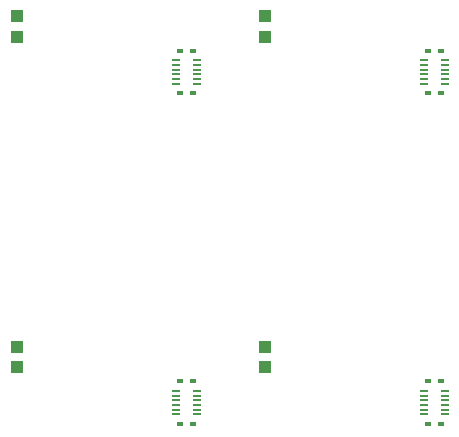
<source format=gbr>
G04 EAGLE Gerber RS-274X export*
G75*
%MOMM*%
%FSLAX34Y34*%
%LPD*%
%INSolderpaste Top*%
%IPPOS*%
%AMOC8*
5,1,8,0,0,1.08239X$1,22.5*%
G01*
%ADD10R,1.000000X1.100000*%
%ADD11R,0.650000X0.230000*%
%ADD12R,0.530000X0.450000*%


D10*
X26400Y110000D03*
X26400Y127000D03*
D11*
X161250Y90000D03*
X161250Y86000D03*
X161250Y82000D03*
X161250Y78000D03*
X161250Y74000D03*
X161250Y70000D03*
X178750Y90000D03*
X178750Y86000D03*
X178750Y82000D03*
X178750Y78000D03*
X178750Y74000D03*
X178750Y70000D03*
D12*
X164350Y62000D03*
X175650Y62000D03*
X164350Y98000D03*
X175650Y98000D03*
D10*
X26400Y390000D03*
X26400Y407000D03*
D11*
X161250Y370000D03*
X161250Y366000D03*
X161250Y362000D03*
X161250Y358000D03*
X161250Y354000D03*
X161250Y350000D03*
X178750Y370000D03*
X178750Y366000D03*
X178750Y362000D03*
X178750Y358000D03*
X178750Y354000D03*
X178750Y350000D03*
D12*
X164350Y342000D03*
X175650Y342000D03*
X164350Y378000D03*
X175650Y378000D03*
D10*
X236400Y390000D03*
X236400Y407000D03*
D11*
X371250Y370000D03*
X371250Y366000D03*
X371250Y362000D03*
X371250Y358000D03*
X371250Y354000D03*
X371250Y350000D03*
X388750Y370000D03*
X388750Y366000D03*
X388750Y362000D03*
X388750Y358000D03*
X388750Y354000D03*
X388750Y350000D03*
D12*
X374350Y342000D03*
X385650Y342000D03*
X374350Y378000D03*
X385650Y378000D03*
D10*
X236400Y110000D03*
X236400Y127000D03*
D11*
X371250Y90000D03*
X371250Y86000D03*
X371250Y82000D03*
X371250Y78000D03*
X371250Y74000D03*
X371250Y70000D03*
X388750Y90000D03*
X388750Y86000D03*
X388750Y82000D03*
X388750Y78000D03*
X388750Y74000D03*
X388750Y70000D03*
D12*
X374350Y62000D03*
X385650Y62000D03*
X374350Y98000D03*
X385650Y98000D03*
M02*

</source>
